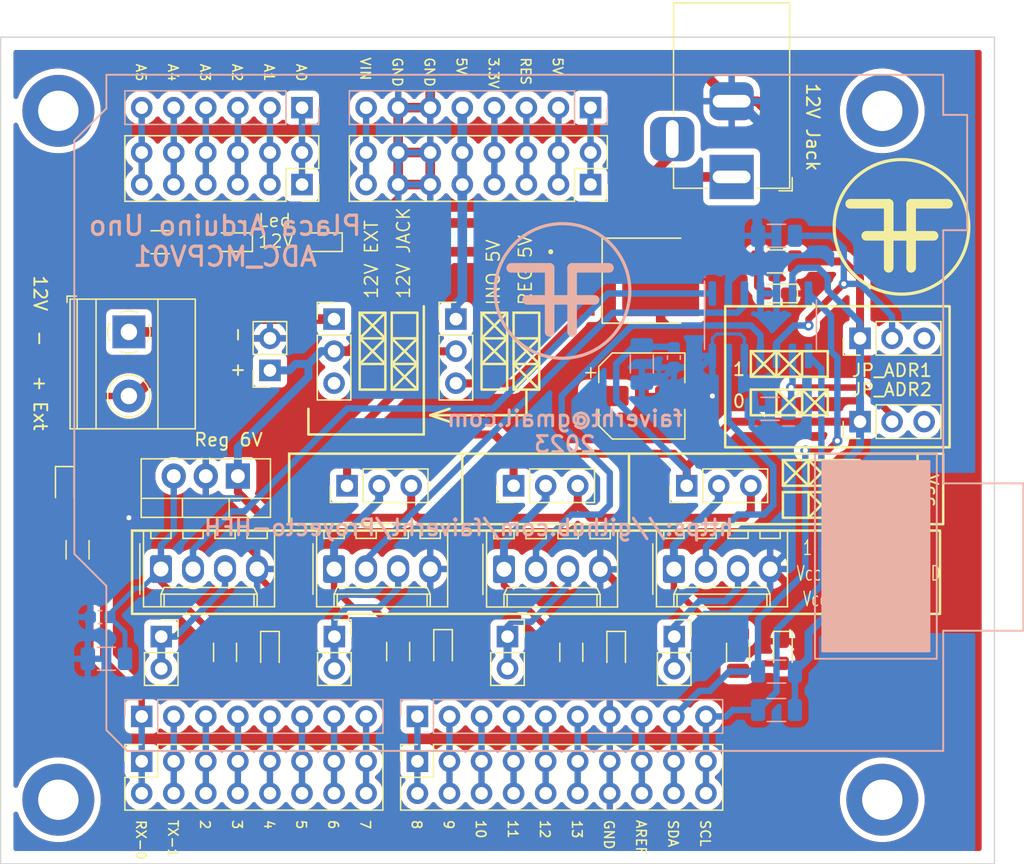
<source format=kicad_pcb>
(kicad_pcb (version 20230606) (generator pcbnew)
  (layers (0 "F.Cu" signal) (31 "B.Cu" signal) (34 "B.Paste" user) (35 "F.Paste" user) (36 "B.SilkS" user "B.Silkscreen") (37 "F.SilkS" user "F.Silkscreen") (38 "B.Mask" user) (39 "F.Mask" user) (44 "Edge.Cuts" user))
  (net 0 "")
  (net 1 "+5V")
  (net 2 "Net-(D1-A)")
  (net 3 "Net-(D2-A)")
  (net 4 "Vin12")
  (net 5 "Net-(D3-A)")
  (net 6 "AD01")
  (net 7 "Net-(D4-A)")
  (net 8 "AD02")
  (net 9 "Net-(D5-A)")
  (net 10 "AD03")
  (net 11 "AD04")
  (net 12 "Net-(D6-K)")
  (net 13 "INO01")
  (net 14 "INO02")
  (net 15 "INO03")
  (net 16 "INO04")
  (net 17 "Net-(D6-A)")
  (net 18 "Net-(D8-A)")
  (net 19 "INO05")
  (net 20 "INO06")
  (net 21 "INO08")
  (net 22 "INO15")
  (net 23 "INO16")
  (net 24 "INO17")
  (net 25 "INO18")
  (net 26 "INO19")
  (net 27 "INO20")
  (net 28 "INO21")
  (net 29 "INO22")
  (net 30 "INO09")
  (net 31 "INO10")
  (net 32 "INO11")
  (net 33 "INO12")
  (net 34 "INO13")
  (net 35 "INO14")
  (net 36 "INO23")
  (net 37 "INO24")
  (net 38 "INO25")
  (net 39 "INO26")
  (net 40 "INO27")
  (net 41 "INO28")
  (net 42 "Net-(DC2-C)")
  (net 43 "INO30")
  (net 44 "INO31")
  (net 45 "INO32")
  (net 46 "Net-(JP_ADR1-C)")
  (net 48 "Net-(JP_ADR2-C)")
  (net 51 "Net-(DC3-C)")
  (net 52 "Net-(DC4-C)")
  (net 53 "P01")
  (net 54 "P02")
  (net 55 "P03")
  (net 56 "P04")
  (net 57 "Net-(U1-VO)")
  (net 58 "+6V")
  (net 59 "Net-(J5-Pin_2)")
  (footprint "Connector_PinHeader_2.54mm:PinHeader_1x03_P2.54mm_Vertical" (layer "F.Cu") (at 124.46 47.244)
    (property "Reference" "JP_VDC1")
    (property "Value" "Jumper_3_Bridged12" hide)
  )
  (footprint "LED_SMD:LED_0603_1608Metric_Pad1.05x0.95mm_HandSolder" (layer "F.Cu") (at 133.096 73.519 -90)
    (property "Reference" "D3")
    (property "Value" "LED" hide)
  )
  (footprint "MountingHole:MountingHole_3.2mm_M3_ISO7380_Pad" (layer "F.Cu") (at 167.894 85.344)
    (property "Reference" "REF**" hide)
    (property "Value" "MountingHole_3.2mm_M3_ISO7380_Pad" hide)
  )
  (footprint "Resistor_SMD:R_1206_3216Metric" (layer "F.Cu") (at 129.54 73.5985 -90)
    (property "Reference" "R7")
    (property "Value" "5.1k" hide)
  )
  (footprint "LED_SMD:LED_0603_1608Metric_Pad1.05x0.95mm_HandSolder" (layer "F.Cu") (at 160.02 73.66 -90)
    (property "Reference" "D5")
    (property "Value" "LED" hide)
  )
  (footprint "Connector_PinSocket_2.54mm:PinSocket_1x02_P2.54mm_Vertical" (layer "F.Cu") (at 151.409 72.41)
    (property "Reference" "J18" hide)
    (property "Value" "P04" hide)
  )
  (footprint "Connector_PinHeader_2.54mm:PinHeader_1x03_P2.54mm_Vertical" (layer "F.Cu") (at 125.491 60.452 90)
    (property "Reference" "DC2")
    (property "Value" "Jumper_3_Bridged12" hide)
  )
  (footprint "LED_SMD:LED_0603_1608Metric_Pad1.05x0.95mm_HandSolder" (layer "F.Cu") (at 116.332 41.148 180)
    (property "Reference" "D7" hide)
    (property "Value" "LED 12V" hide)
  )
  (footprint "LED_SMD:LED_0603_1608Metric_Pad1.05x0.95mm_HandSolder" (layer "F.Cu") (at 103.124 60.593 -90)
    (property "Reference" "D8")
    (property "Value" "LED Blanco (D0)" hide)
  )
  (footprint "Connector_BarrelJack:BarrelJack_Horizontal" (layer "F.Cu") (at 155.956 35.972 -90)
    (property "Reference" "J6" hide)
    (property "Value" "Barrel_Jack_Switch" hide)
  )
  (footprint "Connector_PinHeader_2.54mm:PinHeader_1x03_P2.54mm_Vertical" (layer "F.Cu") (at 166.131 48.768 90)
    (property "Reference" "JP_ADR1" hide)
    (property "Value" "Jumper_3_Bridged12" hide)
  )
  (footprint "Connector_PinHeader_2.54mm:PinHeader_1x03_P2.54mm_Vertical" (layer "F.Cu") (at 138.684 60.452 90)
    (property "Reference" "DC3")
    (property "Value" "Jumper_3_Bridged12" hide)
  )
  (footprint "MountingHole:MountingHole_3.2mm_M3_ISO7380_Pad" (layer "F.Cu") (at 102.616 30.734)
    (property "Reference" "REF**" hide)
    (property "Value" "MountingHole_3.2mm_M3_ISO7380_Pad" hide)
  )
  (footprint "LED_SMD:LED_0603_1608Metric_Pad1.05x0.95mm_HandSolder" (layer "F.Cu") (at 119.38 73.66 -90)
    (property "Reference" "D2")
    (property "Value" "LED" hide)
  )
  (footprint "Connector_PinSocket_2.54mm:PinSocket_2x06_P2.54mm_Vertical" (layer "F.Cu") (at 121.92 36.576 -90)
    (property "Reference" "J13")
    (property "Value" "Skt09_14" hide)
  )
  (footprint "Connector_PinSocket_2.54mm:PinSocket_1x02_P2.54mm_Vertical" (layer "F.Cu") (at 110.769 72.41)
    (property "Reference" "J15" hide)
    (property "Value" "P01" hide)
  )
  (footprint "Connector_PinSocket_2.54mm:PinSocket_1x02_P2.54mm_Vertical" (layer "F.Cu") (at 138.201 72.41)
    (property "Reference" "J17" hide)
    (property "Value" "P03" hide)
  )
  (footprint "MC7805CDTG:TO229P990X238-3N" (layer "F.Cu") (at 147.828 44.196)
    (property "Reference" "U1" hide)
    (property "Value" "LM7805_TO220" hide)
  )
  (footprint "MountingHole:MountingHole_3.2mm_M3_ISO7380_Pad" (layer "F.Cu") (at 102.616 85.344)
    (property "Reference" "REF**" hide)
    (property "Value" "MountingHole_3.2mm_M3_ISO7380_Pad" hide)
  )
  (footprint "TerminalBlock_Phoenix:TerminalBlock_Phoenix_MKDS-1,5-2-5.08_1x02_P5.08mm_Horizontal" (layer "F.Cu") (at 108.204 48.26 -90)
    (property "Reference" "J5" hide)
    (property "Value" "12VDC IN" hide)
  )
  (footprint "Connector_PinSocket_2.54mm:PinSocket_2x10_P2.54mm_Vertical" (layer "F.Cu") (at 131.064 82.296 90)
    (property "Reference" "J14")
    (property "Value" "Skt23_32" hide)
  )
  (footprint "Resistor_SMD:R_1206_3216Metric" (layer "F.Cu") (at 110.6825 41.148 180)
    (property "Reference" "R10")
    (property "Value" "10k" hide)
  )
  (footprint "Capacitor_SMD:CP_Elec_6.3x5.9" (layer "F.Cu") (at 148.844 53.34)
    (property "Reference" "C3")
    (property "Value" "47uF" hide)
  )
  (footprint "Connector_Molex:Molex_KK-254_AE-6410-04A_1x04_P2.54mm_Vertical" (layer "F.Cu") (at 110.744 67.056)
    (property "Reference" "J1")
    (property "Value" "Conn_01x04" hide)
  )
  (footprint "LED_SMD:LED_0603_1608Metric_Pad1.05x0.95mm_HandSolder" (layer "F.Cu") (at 123.444 41.148 180)
    (property "Reference" "D6" hide)
    (property "Value" "LED 12V" hide)
  )
  (footprint "Connector_PinSocket_2.54mm:PinSocket_2x08_P2.54mm_Vertical" (layer "F.Cu") (at 144.78 36.576 -90)
    (property "Reference" "J11")
    (property "Value" "Skt01_08" hide)
  )
  (footprint "Connector_Molex:Molex_KK-254_AE-6410-04A_1x04_P2.54mm_Vertical" (layer "F.Cu") (at 124.46 67.056)
    (property "Reference" "J2")
    (property "Value" "Conn_01x04" hide)
  )
  (footprint "Connector_Molex:Molex_KK-254_AE-6410-04A_1x04_P2.54mm_Vertical" (layer "F.Cu") (at 151.384 67.056)
    (property "Reference" "J4")
    (property "Value" "Conn_01x04" hide)
  )
  (footprint "Package_TO_SOT_THT:TO-220-3_Vertical" (layer "F.Cu") (at 116.84 59.69 180)
    (property "Reference" "U3")
    (property "Value" "LM7806_TO220")
  )
  (footprint "Resistor_SMD:R_1206_3216Metric" (layer "F.Cu") (at 104.14 65.532 90)
    (property "Reference" "R11")
    (property "Value" "5.1k" hide)
  )
  (footprint "LED_SMD:LED_0603_1608Metric_Pad1.05x0.95mm_HandSolder" (layer "F.Cu") (at 146.812 73.66 -90)
    (property "Reference" "D4")
    (property "Value" "LED" hide)
  )
  (footprint "Resistor_SMD:R_1206_3216Metric" (layer "F.Cu") (at 159.512 42.672 180)
    (property "Reference" "R5")
    (property "Value" "5.1k" hide)
  )
  (footprint "MountingHole:MountingHole_3.2mm_M3_ISO7380_Pad" (layer "F.Cu") (at 167.894 30.734)
    (property "Reference" "REF**" hide)
    (property "Value" "MountingHole_3.2mm_M3_ISO7380_Pad" hide)
  )
  (footprint "Connector_PinSocket_2.54mm:PinSocket_2x08_P2.54mm_Vertical" (layer "F.Cu") (at 109.22 82.296 90)
    (property "Reference" "J12")
    (property "Value" "Skt15_22" hide)
  )
  (footprint "Resistor_SMD:R_1206_3216Metric" (layer "F.Cu") (at 115.824 73.66 -90)
    (property "Reference" "R6")
    (property "Value" "5.1k" hide)
  )
  (footprint "Connector_PinHeader_2.54mm:PinHeader_1x03_P2.54mm_Vertical" (layer "F.Cu") (at 134.112 47.244)
    (property "Reference" "V_IN1")
    (property "Value" "Jumper_3_Bridged12")
  )
  (footprint "Resistor_SMD:R_1206_3216Metric" (layer "F.Cu") (at 143.256 73.66 -90)
    (property "Reference" "R8")
    (property "Value" "5.1k" hide)
  )
  (footprint "Connector_PinSocket_2.54mm:PinSocket_1x02_P2.54mm_Vertical" (layer "F.Cu") (at 124.485 72.41)
    (property "Reference" "J16" hide)
    (property "Value" "P02" hide)
  )
  (footprint "Connector_PinSocket_2.54mm:PinSocket_1x02_P2.54mm_Vertical" (layer "F.Cu") (at 119.38 51.308 180)
    (property "Reference" "J19" hide)
    (property "Value" "12VDC IN")
  )
  (footprint "LED_SMD:LED_0603_1608Metric_Pad1.05x0.95mm_HandSolder" (layer "F.Cu") (at 159.512 45.212 180)
    (property "Reference" "D1")
    (property "Value" "LED Verde" hide)
  )
  (footprint "Connector_PinHeader_2.54mm:PinHeader_1x03_P2.54mm_Vertical" (layer "F.Cu") (at 166.131 55.372 90)
    (property "Reference" "JP_ADR2" hide)
    (property "Value" "Jumper_3_Bridged12" hide)
  )
  (footprint "Connector_PinHeader_2.54mm:PinHeader_1x03_P2.54mm_Vertical" (layer "F.Cu") (at 152.4 60.452 90)
    (property "Reference" "DC4")
    (property "Value" "Jumper_3_Bridged12" hide)
  )
  (footprint "Resistor_SMD:R_1206_3216Metric" (layer "F.Cu") (at 156.464 73.66 -90)
    (property "Reference" "R9")
    (property "Value" "5.1k" hide)
  )
  (footprint "Connector_Molex:Molex_KK-254_AE-6410-04A_1x04_P2.54mm_Vertical" (layer "F.Cu") (at 137.922 67.076)
    (property "Reference" "J3")
    (property "Value" "Conn_01x04" hide)
  )
  (footprint "Package_SO:SOIC-14_3.9x8.7mm_P1.27mm" (layer "B.Cu") (at 158.242 47.687 -90)
    (property "Reference" "U2")
    (property "Value" "MCP3424-E_SL" hide)
  )
  (footprint "Capacitor_SMD:C_0603_1608Metric" (layer "B.Cu") (at 105.918 70.866 180)
    (property "Reference" "C4")
    (property "Value" "0.1uF")
  )
  (footprint "Capacitor_SMD:C_0603_1608Metric" (layer "B.Cu") (at 151.384 50.292 -90)
    (property "Reference" "C1")
    (property "Value" "0.1uF" hide)
  )
  (footprint "Capacitor_SMD:C_1206_3216Metric" (layer "B.Cu") (at 106.426 74.168 180)
    (property "Reference" "C5")
    (property "Value" "10uF")
  )
  (footprint "Connector_PinHeader_2.54mm:PinHeader_1x08_P2.54mm_Vertical" (layer "B.Cu") (at 109.22 78.74 -90)
    (property "Reference" "J8")
    (property "Value" "Ard15_22" hide)
  )
  (footprint "Connector_PinHeader_2.54mm:PinHeader_1x08_P2.54mm_Vertical" (layer "B.Cu") (at 144.78 30.48 90)
    (property "Reference" "J7")
    (property "Value" "Ard01_08" hide)
  )
  (footprint "Resistor_SMD:R_1206_3216Metric" (layer "B.Cu") (at 159.004 54.356)
    (property "Reference" "R4")
    (property "Value" "10k" hide)
  )
  (footprint "Resistor_SMD:R_1206_3216Metric" (layer "B.Cu") (at 159.512 78.232 180)
    (property "Reference" "R2")
    (property "Value" "5.1K" hide)
  )
  (footprint "Connector_PinHeader_2.54mm:PinHeader_1x06_P2.54mm_Vertical" (layer "B.Cu") (at 121.92 30.48 90)
    (property "Reference" "J9")
    (property "Value" "Ard09_14" hide)
  )
  (footprint "Resistor_SMD:R_1206_3216Metric" (layer "B.Cu") (at 159.512 75.184 180)
    (property "Reference" "R1")
    (property "Value" "5.1k" hide)
  )
  (footprint "Connector_PinHeader_2.54mm:PinHeader_1x10_P2.54mm_Vertical" (layer "B.Cu") (at 131.064 78.74 -90)
    (property "Reference" "J10")
    (property "Value" "Ard23_32" hide)
  )
  (footprint "Capacitor_SMD:C_1206_3216Metric" (layer "B.Cu") (at 148.844 50.8 -90)
    (property "Reference" "C2")
    (property "Value" "10uF" hide)
  )
  (footprint "Resistor_SMD:R_1206_3216Metric" (layer "B.Cu") (at 159.512 40.64)
    (property "Reference" "R3")
    (property "Value" "10k" hide)
  )
  (gr_line (start 143.3195 43.18) (end 143.3195 48.26) (stroke (width 0.762)) (layer "B.SilkS"))
  (gr_line (start 106.42 30.544) (end 103.88 33.084) (stroke (width 0.15)) (layer "B.SilkS"))
  (gr_line (start 179.07 71.944) (end 179.07 60.264) (stroke (width 0.15)) (layer "B.SilkS"))
  (gr_line (start 172.72 27.874) (end 172.72 31.054) (stroke (width 0.15)) (layer "B.SilkS"))
  (gr_line (start 172.72 81.474) (end 172.72 71.944) (stroke (width 0.15)) (layer "B.SilkS"))
  (gr_line (start 174.62 31.054) (end 172.72 31.054) (stroke (width 0.15)) (layer "B.SilkS"))
  (gr_rect (start 162.56 57.912) (end 172.212 74.168) (stroke (width 0.15)) (fill none) (layer "B.SilkS"))
  (gr_line (start 174.62 40.194) (end 174.62 31.054) (stroke (width 0.15)) (layer "B.SilkS"))
  (gr_line (start 143.3195 43.18) (end 146.2405 43.18) (stroke (width 0.762)) (layer "B.SilkS"))
  (gr_line (start 108.07 81.474) (end 172.72 81.474) (stroke (width 0.15)) (layer "B.SilkS"))
  (gr_line (start 179.07 60.264) (end 172.72 60.264) (stroke (width 0.15)) (layer "B.SilkS"))
  (gr_line (start 139.7635 45.72) (end 145.0975 45.72) (stroke (width 0.762)) (layer "B.SilkS"))
  (gr_line (start 172.72 71.944) (end 179.07 71.944) (stroke (width 0.15)) (layer "B.SilkS"))
  (gr_circle (center 142.5575 45.009715) (end 147.891751 45.009715) (stroke (width 0.254)) (fill none) (layer "B.SilkS"))
  (gr_line (start 103.88 33.084) (end 103.88 65.854) (stroke (width 0.15)) (layer "B.SilkS"))
  (gr_line (start 106.42 27.874) (end 106.42 30.544) (stroke (width 0.15)) (layer "B.SilkS"))
  (gr_line (start 172.72 60.264) (end 172.72 40.194) (stroke (width 0.15)) (layer "B.SilkS"))
  (gr_line (start 103.88 65.854) (end 106.42 68.394) (stroke (width 0.15)) (layer "B.SilkS"))
  (gr_line (start 141.5415 43.18) (end 141.5415 48.26) (stroke (width 0.762)) (layer "B.SilkS"))
  (gr_line (start 106.42 68.394) (end 106.42 79.824) (stroke (width 0.15)) (layer "B.SilkS"))
  (gr_line (start 138.4935 43.18) (end 141.5415 43.18) (stroke (width 0.762)) (layer "B.SilkS"))
  (gr_line (start 106.42 79.824) (end 108.07 81.474) (stroke (width 0.15)) (layer "B.SilkS"))
  (gr_line (start 172.72 40.194) (end 174.62 40.194) (stroke (width 0.15)) (layer "B.SilkS"))
  (gr_line (start 172.72 27.874) (end 106.42 27.874) (stroke (width 0.15)) (layer "B.SilkS"))
  (gr_line (start 170.18 38.1) (end 170.18 43.18) (stroke (width 0.762)) (layer "F.SilkS"))
  (gr_line (start 138.684 48.768) (end 140.716 48.768) (stroke (width 0.2)) (layer "F.SilkS"))
  (gr_rect (start 157.48 52.832) (end 163.576 54.864) (stroke (width 0.2)) (fill none) (layer "F.SilkS"))
  (gr_line (start 162.052 60.452) (end 162.052 58.42) (stroke (width 0.2)) (layer "F.SilkS"))
  (gr_rect (start 157.48 49.784) (end 163.576 51.816) (stroke (width 0.2)) (fill none) (layer "F.SilkS"))
  (gr_rect (start 108.458 64.008) (end 172.466 70.612) (stroke (width 0.2)) (fill none) (layer "F.SilkS"))
  (gr_line (start 161.544 52.832) (end 161.544 54.864) (stroke (width 0.2)) (layer "F.SilkS"))
  (gr_line (start 131.064 50.8) (end 129.032 50.8) (stroke (width 0.2)) (layer "F.SilkS"))
  (gr_line (start 159.512 51.816) (end 157.48 49.784) (stroke (width 0.2)) (layer "F.SilkS"))
  (gr_line (start 168.402 38.1) (end 168.402 43.18) (stroke (width 0.762)) (layer "F.SilkS"))
  (gr_line (start 140.716 48.768) (end 138.684 50.8) (stroke (width 0.2)) (layer "F.SilkS"))
  (gr_line (start 136.144 48.768) (end 138.176 46.736) (stroke (width 0.2)) (layer "F.SilkS"))
  (gr_line (start 159.512 51.816) (end 161.544 49.784) (stroke (width 0.2)) (layer "F.SilkS"))
  (gr_line (start 126.492 48.768) (end 128.524 48.768) (stroke (width 0.2)) (layer "F.SilkS"))
  (gr_circle (center 169.418 39.929715) (end 174.752251 39.929715) (stroke (width 0.254)) (fill none) (layer "F.SilkS"))
  (gr_line (start 136.144 48.768) (end 138.176 50.8) (stroke (width 0.2)) (layer "F.SilkS"))
  (gr_rect (start 136.144 46.736) (end 138.176 52.832) (stroke (width 0.2)) (fill none) (layer "F.SilkS"))
  (gr_line (start 161.544 51.816) (end 159.512 49.784) (stroke (width 0.2)) (layer "F.SilkS"))
  (gr_line (start 126.492 50.8) (end 128.524 48.768) (stroke (width 0.2)) (layer "F.SilkS"))
  (gr_line (start 161.544 49.784) (end 161.544 51.816) (stroke (width 0.2)) (layer "F.SilkS"))
  (gr_line (start 166.624 40.64) (end 171.958 40.64) (stroke (width 0.762)) (layer "F.SilkS"))
  (gr_line (start 161.544 52.832) (end 163.576 54.864) (stroke (width 0.2)) (layer "F.SilkS"))
  (gr_line (start 122.428 54.356) (end 122.428 56.388) (stroke (width 0.2)) (layer "F.SilkS"))
  (gr_line (start 160.02 60.452) (end 162.052 58.42) (stroke (width 0.2)) (layer "F.SilkS"))
  (gr_line (start 164.084 58.42) (end 164.084 60.452) (stroke (width 0.2)) (layer "F.SilkS"))
  (gr_line (start 157.48 51.816) (end 159.512 49.784) (stroke (width 0.2)) (layer "F.SilkS"))
  (gr_line (start 165.354 38.1) (end 168.402 38.1) (stroke (width 0.762)) (layer "F.SilkS"))
  (gr_line (start 132.08 54.864) (end 133.604 55.372) (stroke (width 0.2)) (layer "F.SilkS"))
  (gr_line (start 162.052 60.96) (end 164.084 62.992) (stroke (width 0.2)) (layer "F.SilkS"))
  (gr_rect (start 126.492 46.736) (end 128.524 52.832) (stroke (width 0.2)) (fill none) (layer "F.SilkS"))
  (gr_line (start 131.064 50.8) (end 129.032 52.832) (stroke (width 0.2)) (layer "F.SilkS"))
  (gr_line (start 164.084 60.452) (end 162.052 58.42) (stroke (width 0.2)) (layer "F.SilkS"))
  (gr_line (start 170.18 38.1) (end 173.101 38.1) (stroke (width 0.762)) (layer "F.SilkS"))
  (gr_line (start 162.052 62.992) (end 162.052 60.96) (stroke (width 0.2)) (layer "F.SilkS"))
  (gr_line (start 166.116 60.96) (end 164.084 62.992) (stroke (width 0.2)) (layer "F.SilkS"))
  (gr_rect (start 160.02 58.42) (end 166.116 60.452) (stroke (width 0.2)) (fill none) (layer "F.SilkS"))
  (gr_line (start 139.7 54.864) (end 132.08 54.864) (stroke (width 0.2)) (layer "F.SilkS"))
  (gr_line (start 159.512 52.832) (end 161.544 54.864) (stroke (width 0.2)) (layer "F.SilkS"))
  (gr_line (start 164.084 60.96) (end 162.052 62.992) (stroke (width 0.2)) (layer "F.SilkS"))
  (gr_line (start 162.052 60.452) (end 164.084 58.42) (stroke (width 0.2)) (layer "F.SilkS"))
  (gr_line (start 131.572 56.388) (end 131.572 46.228) (stroke (width 0.2)) (layer "F.SilkS"))
  (gr_line (start 164.084 60.96) (end 166.116 62.992) (stroke (width 0.2)) (layer "F.SilkS"))
  (gr_rect (start 160.02 60.96) (end 166.116 62.992) (stroke (width 0.2)) (fill none) (layer "F.SilkS"))
  (gr_line (start 164.084 60.96) (end 164.084 62.992) (stroke (width 0.2)) (layer "F.SilkS"))
  (gr_line (start 147.828 57.912) (end 147.828 63.5) (stroke (width 0.2)) (layer "F.SilkS"))
  (gr_line (start 131.064 50.8) (end 129.032 48.768) (stroke (width 0.2)) (layer "F.SilkS"))
  (gr_line (start 131.064 48.768) (end 129.032 50.8) (stroke (width 0.2)) (layer "F.SilkS"))
  (gr_line (start 128.524 50.8) (end 126.492 50.8) (stroke (width 0.2)) (layer "F.SilkS"))
  (gr_line (start 140.716 50.8) (end 138.684 50.8) (stroke (width 0.2)) (layer "F.SilkS"))
  (gr_line (start 159.512 51.816) (end 159.512 49.784) (stroke (width 0.2)) (layer "F.SilkS"))
  (gr_rect (start 138.684 46.736) (end 140.716 52.832) (stroke (width 0.2)) (fill none) (layer "F.SilkS"))
  (gr_line (start 134.62 57.912) (end 134.62 63.5) (stroke (width 0.2)) (layer "F.SilkS"))
  (gr_rect (start 120.904 57.912) (end 172.72 63.5) (stroke (width 0.2)) (fill none) (layer "F.SilkS"))
  (gr_line (start 126.492 48.768) (end 128.524 46.736) (stroke (width 0.2)) (layer "F.SilkS"))
  (gr_line (start 138.176 50.8) (end 136.144 50.8) (stroke (width 0.2)) (layer "F.SilkS"))
  (gr_line (start 136.144 48.768) (end 138.176 48.768) (stroke (width 0.2)) (layer "F.SilkS"))
  (gr_rect (start 129.032 46.736) (end 131.064 52.832) (stroke (width 0.2)) (fill none) (layer "F.SilkS"))
  (gr_line (start 132.08 54.864) (end 133.604 54.356) (stroke (width 0.2)) (layer "F.SilkS"))
  (gr_line (start 126.492 48.768) (end 128.524 50.8) (stroke (width 0.2)) (layer "F.SilkS"))
  (gr_line (start 140.716 50.8) (end 138.684 48.768) (stroke (width 0.2)) (layer "F.SilkS"))
  (gr_line (start 170.688 57.912) (end 170.688 63.5) (stroke (width 0.2)) (layer "F.SilkS"))
  (gr_line (start 140.716 52.832) (end 138.684 50.8) (stroke (width 0.2)) (layer "F.SilkS"))
  (gr_line (start 129.032 48.768) (end 131.064 48.768) (stroke (width 0.2)) (layer "F.SilkS"))
  (gr_line (start 159.512 54.864) (end 159.512 52.832) (stroke (width 0.2)) (layer "F.SilkS"))
  (gr_rect (start 155.448 46.228) (end 173.228 57.404) (stroke (width 0.2)) (fill none) (layer "F.SilkS"))
  (gr_line (start 162.052 60.452) (end 160.02 58.42) (stroke (width 0.2)) (layer "F.SilkS"))
  (gr_line (start 161.544 52.832) (end 159.512 54.864) (stroke (width 0.2)) (layer "F.SilkS"))
  (gr_line (start 163.576 52.832) (end 161.544 54.864) (stroke (width 0.2)) (layer "F.SilkS"))
  (gr_line (start 131.064 52.832) (end 129.032 50.8) (stroke (width 0.2)) (layer "F.SilkS"))
  (gr_line (start 136.144 50.8) (end 138.176 48.768) (stroke (width 0.2)) (layer "F.SilkS"))
  (gr_line (start 140.716 50.8) (end 138.684 52.832) (stroke (width 0.2)) (layer "F.SilkS"))
  (gr_line (start 136.144 46.736) (end 138.176 48.768) (stroke (width 0.2)) (layer "F.SilkS"))
  (gr_line (start 122.428 56.388) (end 131.572 56.388) (stroke (width 0.2)) (layer "F.SilkS"))
  (gr_line (start 126.492 46.736) (end 128.524 48.768) (stroke (width 0.2)) (layer "F.SilkS"))
  (gr_line (start 139.7 52.832) (end 139.7 54.864) (stroke (width 0.2)) (layer "F.SilkS"))
  (gr_rect (start 98.044 24.892) (end 176.784 90.424) (stroke (width 0.1)) (fill none) (layer "Edge.Cuts"))
  (gr_text "faiverht@gmail.com\n2023" (at 142.748 57.912 0) (layer "B.SilkS") (effects (font (size 1.27 1.27) (thickness 0.2286) bold) (justify bottom mirror)))
  (gr_text "https://github.com/faiverht/Proyecto-HFH" (at 135.128 64.516 0) (layer "B.SilkS") (effects (font (size 1.27 1.27) (thickness 0.2286) bold) (justify bottom mirror)))
  (gr_text "Placa Arduino Uno\nADC_MCPV01" (at 115.824 43.18 0) (layer "B.SilkS") (effects (font (size 1.524 1.524) (thickness 0.254) bold) (justify bottom mirror)))
  (gr_text "GND" (at 145.796 86.868 270) (layer "F.SilkS") (effects (font (size 0.762 0.762) (thickness 0.127) bold) (justify left bottom)))
  (gr_text "12V  -   + Ext" (at 100.584 43.688 270) (layer "F.SilkS") (effects (font (size 1.016 1.016) (thickness 0.1524)) (justify left bottom)))
  (gr_text "A4" (at 111.252 26.924 270) (layer "F.SilkS") (effects (font (size 0.762 0.762) (thickness 0.127) bold) (justify left bottom)))
  (gr_text "REG 5V" (at 140.208 46.228 90) (layer "F.SilkS") (effects (font (size 1.016 1.016) (thickness 0.127)) (justify left bottom)))
  (gr_text "INO 5V" (at 137.668 46.228 90) (layer "F.SilkS") (effects (font (size 1.016 1.016) (thickness 0.127)) (justify left bottom)))
  (gr_text "Vcc-AnX-P0X-GND" (at 161.036 68.072 0) (layer "F.SilkS") (effects (font (size 1.143 0.762) (thickness 0.1016)) (justify left bottom)))
  (gr_text "1" (at 155.956 51.816 0) (layer "F.SilkS") (effects (font (size 1.016 1.016) (thickness 0.1524)) (justify left bottom)))
  (gr_text "9" (at 133.096 86.868 270) (layer "F.SilkS") (effects (font (size 0.762 0.762) (thickness 0.127) bold) (justify left bottom)))
  (gr_text "GND" (at 131.572 26.416 270) (layer "F.SilkS") (effects (font (size 0.762 0.762) (thickness 0.127) bold) (justify left bottom)))
  (gr_text "5V" (at 141.732 26.416 270) (layer "F.SilkS") (effects (font (size 0.762 0.762) (thickness 0.127) bold) (justify left bottom)))
  (gr_text "SCL" (at 153.416 86.868 270) (layer "F.SilkS") (effects (font (size 0.762 0.762) (thickness 0.127) bold) (justify left bottom)))
  (gr_text "A2" (at 116.332 26.924 270) (layer "F.SilkS") (effects (font (size 0.762 0.762) (thickness 0.127) bold) (justify left bottom)))
  (gr_text "1 - 2 - 3 - 4" (at 161.544 66.04 0) (layer "F.SilkS") (effects (font (size 1.143 0.762) (thickness 0.1016)) (justify left bottom)))
  (gr_text "-  +" (at 116.332 47.752 270) (layer "F.SilkS") (effects (font (size 1.016 1.016) (thickness 0.1524)) (justify left bottom)))
  (gr_text "12V Jack" (at 161.798 28.448 270) (layer "F.SilkS") (effects (font (size 1.016 1.016) (thickness 0.1524)) (justify left bottom)))
  (gr_text "A1" (at 118.872 26.924 270) (layer "F.SilkS") (effects (font (size 0.762 0.762) (thickness 0.127) bold) (justify left bottom)))
  (gr_text "Vcc" (at 171.196 59.436 270) (layer "F.SilkS") (effects (font (size 1.016 1.016) (thickness 0.1524)) (justify left bottom)))
  (gr_text "11" (at 138.176 86.868 270) (layer "F.SilkS") (effects (font (size 0.762 0.762) (thickness 0.127) bold) (justify left bottom)))
  (gr_text "8" (at 130.556 86.868 270) (layer "F.SilkS") (effects (font (size 0.762 0.762) (thickness 0.127) bold) (justify left bottom)))
  (gr_text "0" (at 155.956 54.356 0) (layer "F.SilkS") (effects (font (size 1.016 1.016) (thickness 0.1524)) (justify left bottom)))
  (gr_text "6" (at 123.952 86.868 270) (layer "F.SilkS") (effects (font (size 0.762 0.762) (thickness 0.127) bold) (justify left bottom)))
  (gr_text "A5" (at 108.712 26.924 270) (layer "F.SilkS") (effects (font (size 0.762 0.762) (thickness 0.127) bold) (justify left bottom)))
  (gr_text "A0" (at 121.412 26.924 270) (layer "F.SilkS") (effects (font (size 0.762 0.762) (thickness 0.127) bold) (justify left bottom)))
  (gr_text "5V" (at 134.112 26.416 270) (layer "F.SilkS") (effects (font (size 0.762 0.762) (thickness 0.127) bold) (justify left bottom)))
  (gr_text "12V JACK" (at 130.556 45.72 90) (layer "F.SilkS") (effects (font (size 1.016 1.016) (thickness 0.127)) (justify left bottom)))
  (gr_text "GND" (at 129.032 26.416 270) (layer "F.SilkS") (effects (font (size 0.762 0.762) (thickness 0.127) bold) (justify left bottom)))
  (gr_text "A3" (at 113.792 26.924 270) (layer "F.SilkS") (effects (font (size 0.762 0.762) (thickness 0.127) bold) (justify left bottom)))
  (gr_text "7" (at 126.492 86.868 270) (layer "F.SilkS") (effects (font (size 0.762 0.762) (thickness 0.127) bold) (justify left bottom)))
  (gr_text "TX-1" (at 111.252 86.868 270) (layer "F.SilkS") (effects (font (size 0.762 0.762) (thickness 0.127) bold) (justify left bottom)))
  (gr_text "2" (at 113.792 86.868 270) (layer "F.SilkS") (effects (font (size 0.762 0.762) (thickness 0.127) bold) (justify left bottom)))
  (gr_text "Reg 6V" (at 113.284 57.404 0) (layer "F.SilkS") (effects (font (size 1.016 1.016) (thickness 0.1524)) (justify left bottom)))
  (gr_text "4" (at 118.872 86.868 270) (layer "F.SilkS") (effects (font (size 0.762 0.762) (thickness 0.127) bold) (justify left bottom)))
  (gr_text "12V EXT" (at 128.016 45.72 90) (layer "F.SilkS") (effects (font (size 1.016 1.016) (thickness 0.127)) (justify left bottom)))
  (gr_text "RX-0" (at 108.712 86.868 270) (layer "F.SilkS") (effects (font (size 0.762 0.762) (thickness 0.127) bold) (justify left bottom)))
  (gr_text "5" (at 121.412 86.868 270) (layer "F.SilkS") (effects (font (size 0.762 0.762) (thickness 0.127) bold) (justify left bottom)))
  (gr_text "12 V" (at 166.624 62.484 0) (layer "F.SilkS") (effects (font (size 1.016 1.016) (thickness 0.1524)) (justify left bottom)))
  (gr_text "Led\n12V" (at 118.364 41.656 0) (layer "F.SilkS") (effects (font (size 1.016 1.016) (thickness 0.127)) (justify left bottom)))
  (gr_text "3" (at 116.332 86.868 270) (layer "F.SilkS") (effects (font (size 0.762 0.762) (thickness 0.127) bold) (justify left bottom)))
  (gr_text "Vcc-in-out-GND" (at 161.544 70.104 0) (layer "F.SilkS") (effects (font (size 1.143 0.762) (thickness 0.1016)) (justify left bottom)))
  (gr_text "10" (at 135.636 86.868 270) (layer "F.SilkS") (effects (font (size 0.762 0.762) (thickness 0.127) bold) (justify left bottom)))
  (gr_text "AREF" (at 148.336 86.868 270) (layer "F.SilkS") (effects (font (size 0.762 0.762) (thickness 0.127) bold) (justify left bottom)))
  (gr_text "RES" (at 139.192 26.416 270) (layer "F.SilkS") (effects (font (size 0.762 0.762) (thickness 0.127) bold) (justify left bottom)))
  (gr_text "12" (at 140.716 86.868 270) (layer "F.SilkS") (effects (font (size 0.762 0.762) (thickness 0.127) bold) (justify left bottom)))
  (gr_text "VIN" (at 126.492 26.416 270) (layer "F.SilkS") (effects (font (size 0.762 0.762) (thickness 0.127) bold) (justify left bottom)))
  (gr_text "SDA" (at 150.876 86.868 270) (layer "F.SilkS") (effects (font (size 0.762 0.762) (thickness 0.127) bold) (justify left bottom)))
  (gr_text "3.3V" (at 136.652 26.416 270) (layer "F.SilkS") (effects (font (size 0.762 0.762) (thickness 0.127) bold) (justify left bottom)))
  (gr_text "5 V" (at 167.132 59.944 0) (layer "F.SilkS") (effects (font (size 1.016 1.016) (thickness 0.1524)) (justify left bottom)))
  (gr_text "13" (at 143.256 86.868 270) (layer "F.SilkS") (effects (font (size 0.762 0.762) (thickness 0.127) bold) (justify left bottom)))
  (segment (start 129.54 50.8) (end 130.541 49.799) (width 0.635) (layer "F.Cu") (net 1))
  (segment (start 138.684 57.912) (end 145.796 57.912) (width 0.635) (layer "F.Cu") (net 1))
  (segment (start 151.384 57.912) (end 152.4 58.928) (width 0.635) (layer "F.Cu") (net 1))
  (segment (start 166.131 43.957) (end 164.8462 42.6722) (width 0.635) (layer "F.Cu") (net 1))
  (segment (start 137.16 56.388) (end 138.684 57.912) (width 0.635) (layer "F.Cu") (net 1))
  (segment (start 125.984 56.388) (end 137.16 56.388) (width 0.635) (layer "F.Cu") (net 1))
  (segment (start 164.8462 42.6722) (end 160.9743 42.6722) (width 0.635) (layer "F.Cu") (net 1))
  (segment (start 129.54 52.832) (end 129.54 50.8) (width 0.635) (layer "F.Cu") (net 1))
  (segment (start 152.4 58.928) (end 155.956 55.372) (width 0.635) (layer "F.Cu") (net 1))
  (segment (start 125.984 56.388) (end 125.491 56.881) (width 0.635) (layer "F.Cu") (net 1))
  (segment (start 138.684 57.912) (end 138.684 60.452) (width 0.635) (layer "F.Cu") (net 1))
  (segment (start 125.491 56.881) (end 125.491 60.452) (width 0.635) (layer "F.Cu") (net 1))
  (segment (start 145.796 57.912) (end 146.044 57.664) (width 0.635) (layer "F.Cu") (net 1))
  (segment (start 145.796 57.912) (end 151.384 57.912) (width 0.635) (layer "F.Cu") (net 1))
  (segment (start 130.541 49.799) (end 134.112 49.799) (width 0.635) (layer "F.Cu") (net 1))
  (segment (start 152.4 58.928) (end 152.4 60.452) (width 0.635) (layer "F.Cu") (net 1))
  (segment (start 155.956 55.372) (end 166.131 55.372) (width 0.635) (layer "F.Cu") (net 1))
  (segment (start 160.9743 42.6722) (end 160.974 42.672) (width 0.25) (layer "F.Cu") (net 1))
  (segment (start 125.984 56.388) (end 129.54 52.832) (width 0.635) (layer "F.Cu") (net 1))
  (segment (start 146.044 57.664) (end 146.044 52.832) (width 0.635) (layer "F.Cu") (net 1))
  (segment (start 160.9745 42.672) (end 160.9743 42.6722) (width 0.25) (layer "F.Cu") (net 1))
  (segment (start 166.131 48.768) (end 166.131 43.957) (width 0.635) (layer "F.Cu") (net 1))
  (segment (start 163.576 44.958) (end 166.131 47.513) (width 0.508) (layer "B.Cu") (net 1))
  (segment (start 166.131 47.513) (end 166.131 47.5913) (width 0.508) (layer "B.Cu") (net 1))
  (segment (start 162.814 43.18) (end 163.576 43.942) (width 0.508) (layer "B.Cu") (net 1))
  (segment (start 166.131 47.5913) (end 166.131 48.768) (width 0.508) (layer "B.Cu") (net 1))
  (segment (start 148.177 49.435) (end 148.844 49.435) (width 0.508) (layer "B.Cu") (net 1))
  (segment (start 164.592 58.928) (end 164.592 69.596) (width 0.635) (layer "B.Cu") (net 1))
  (segment (start 160.9745 75.1837) (end 160.9745 75.184) (width 0.25) (layer "B.Cu") (net 1))
  (segment (start 152.4 60.452) (end 152.4 59.2753) (width 0.508) (layer "B.Cu") (net 1))
  (segment (start 146.812 50.8) (end 148.177 49.435) (width 0.508) (layer "B.Cu") (net 1))
  (segment (start 166.131 57.389) (end 164.592 58.928) (width 0.635) (layer "B.Cu") (net 1))
  (segment (start 164.592 69.596) (end 162.052 72.136) (width 0.635) (layer "B.Cu") (net 1))
  (segment (start 148.844 49.435) (end 151.302 49.435) (width 0.508) (layer "B.Cu") (net 1))
  (segment (start 160.974 78.232) (end 160.974 75.184) (width 0.508) (layer "B.Cu") (net 1))
  (segment (start 163.576 43.942) (end 163.576 44.958) (width 0.508) (layer "B.Cu") (net 1))
  (segment (start 152.4 59.2753) (end 147.608 54.4832) (width 0.508) (layer "B.Cu") (net 1))
  (segment (start 166.131 55.372) (end 166.131 57.389) (width 0.635) (layer "B.Cu") (net 1))
  (segment (start 166.131 48.768) (end 166.131 55.372) (width 0.635) (layer "B.Cu") (net 1))
  (segment (start 147.608 54.4832) (end 146.812 53.6872) (width 0.508) (layer "B.Cu") (net 1))
  (segment (start 146.812 53.6872) (end 146.812 50.8) (width 0.508) (layer "B.Cu") (net 1))
  (segment (start 162.052 74.1065) (end 160.9745 75.184) (width 0.635) (layer "B.Cu") (net 1))
  (segment (start 162.052 72.136) (end 162.052 74.1065) (width 0.635) (layer "B.Cu") (net 1))
  (segment (start 160.782 45.212) (end 160.782 43.688) (width 0.508) (layer "B.Cu") (net 1))
  (segment (start 160.9745 78.232) (end 160.974 78.232) (width 0.25) (layer "B.Cu") (net 1))
  (segment (start 160.782 43.688) (end 161.29 43.18) (width 0.508) (layer "B.Cu") (net 1))
  (segment (start 161.29 43.18) (end 162.814 43.18) (width 0.508) (layer "B.Cu") (net 1))
  (segment (start 151.302 49.435) (end 151.384 49.517) (width 0.25) (layer "B.Cu") (net 1))
  (segment (start 160.782 45.212) (end 160.782 44.7683) (width 0.25) (layer "B.Cu") (net 1))
  (segment (start 158.05 43.6482) (end 158.0495 43.6477) (width 0.25) (layer "F.Cu") (net 2))
  (segment (start 158.05 44.6245) (end 158.637 45.212) (width 0.635) (layer "F.Cu") (net 2))
  (segment (start 158.05 43.6482) (end 158.05 44.6245) (width 0.635) (layer "F.Cu") (net 2))
  (segment (start 158.05 42.672) (end 158.05 43.6482) (width 0.25) (layer "F.Cu") (net 2))
  (segment (start 158.0495 43.6477) (end 158.0495 42.672) (width 0.25) (layer "F.Cu") (net 2))
  (segment (start 119.38 74.535) (end 116.412 74.535) (width 0.508) (layer "F.Cu") (net 3))
  (segment (start 116.412 74.535) (end 115.824 75.1225) (width 0.508) (layer "F.Cu") (net 3))
  (segment (start 143.764 61.976) (end 143.764 60.452) (width 0.635) (layer "F.Cu") (net 4))
  (segment (start 144.78 62.992) (end 156.972 62.992) (width 0.635) (layer "F.Cu") (net 4))
  (segment (start 143.764 61.976) (end 144.78 62.992) (width 0.635) (layer "F.Cu") (net 4))
  (segment (start 130.571 62.469) (end 131.094 62.992) (width 0.635) (layer "F.Cu") (net 4))
  (segment (start 130.048 62.992) (end 130.571 62.469) (width 0.635) (layer "F.Cu") (net 4))
  (segment (start 116.84 59.69) (end 116.84 60.96) (width 0.635) (layer "F.Cu") (net 4))
  (segment (start 131.094 62.992) (end 142.748 62.992) (width 0.635) (layer "F.Cu") (net 4))
  (segment (start 144.022 41.906) (end 143.688 41.906) (width 0.635) (layer "F.Cu") (net 4))
  (segment (start 155.956 35.972) (end 153.512 35.972) (width 0.762) (layer "F.Cu") (net 4))
  (segment (start 153.512 35.972) (end 149.352 40.132) (width 0.762) (layer "F.Cu") (net 4))
  (segment (start 130.571 60.452) (end 130.063 60.96) (width 0.25) (layer "F.Cu") (net 4))
  (segment (start 130.571 62.469) (end 130.571 60.452) (width 0.635) (layer "F.Cu") (net 4))
  (segment (start 125.637 49.784) (end 133.515 41.906) (width 0.762) (layer "F.Cu") (net 4))
  (segment (start 116.84 60.96) (end 118.872 62.992) (width 0.635) (layer "F.Cu") (net 4))
  (segment (start 149.352 40.132) (end 145.796 40.132) (width 0.762) (layer "F.Cu") (net 4))
  (segment (start 157.48 62.484) (end 157.48 60.452) (width 0.635) (layer "F.Cu") (net 4))
  (segment (start 133.515 41.906) (end 143.688 41.906) (width 0.762) (layer "F.Cu") (net 4))
  (segment (start 118.872 62.992) (end 130.048 62.992) (width 0.635) (layer "F.Cu") (net 4))
  (segment (start 124.46 49.784) (end 125.637 49.784) (width 0.762) (layer "F.Cu") (net 4))
  (segment (start 142.748 62.992) (end 143.764 61.976) (width 0.635) (layer "F.Cu") (net 4))
  (segment (start 156.972 62.992) (end 157.48 62.484) (width 0.635) (layer "F.Cu") (net 4))
  (segment (start 145.796 40.132) (end 144.022 41.906) (width 0.762) (layer "F.Cu") (net 4))
  (segment (start 120.904 51.308) (end 119.38 51.308) (width 0.635) (layer "B.Cu") (net 4))
  (segment (start 124.46 49.784) (end 123.444 49.784) (width 0.635) (layer "B.Cu") (net 4))
  (segment (start 123.444 49.784) (end 122.428 50.8) (width 0.635) (layer "B.Cu") (net 4))
  (segment (start 121.412 50.8) (end 120.904 51.308) (width 0.635) (layer "B.Cu") (net 4))
  (segment (start 122.428 51.816) (end 116.84 57.404) (width 0.635) (layer "B.Cu") (net 4))
  (segment (start 122.428 50.8) (end 121.412 50.8) (width 0.635) (layer "B.Cu") (net 4))
  (segment (start 122.428 50.8) (end 122.428 51.816) (width 0.635) (layer "B.Cu") (net 4))
  (segment (start 116.84 57.404) (end 116.84 59.69) (width 0.635) (layer "B.Cu") (net 4))
  (segment (start 130.207 74.394) (end 129.54 75.061) (width 0.508) (layer "F.Cu") (net 5))
  (segment (start 133.096 74.394) (end 130.207 74.394) (width 0.508) (layer "F.Cu") (net 5))
  (segment (start 117.348 62.484) (end 125.5004 54.3316) (width 0.508) (layer "B.Cu") (net 6))
  (segment (start 146.174 45.212) (end 154.432 45.212) (width 0.508) (layer "B.Cu") (net 6))
  (segment (start 113.284 67.056) (end 113.8826 67.056) (width 0.25) (layer "B.Cu") (net 6))
  (segment (start 137.054 54.3316) (end 146.174 45.212) (width 0.508) (layer "B.Cu") (net 6))
  (segment (start 113.284 65.532) (end 116.332 62.484) (width 0.508) (layer "B.Cu") (net 6))
  (segment (start 126.607 54.3316) (end 137.054 54.3316) (width 0.508) (layer "B.Cu") (net 6))
  (segment (start 113.284 67.056) (end 113.284 65.532) (width 0.508) (layer "B.Cu") (net 6))
  (segment (start 125.5004 54.3316) (end 126.607 54.3316) (width 0.508) (layer "B.Cu") (net 6))
  (segment (start 116.332 62.484) (end 117.348 62.484) (width 0.508) (layer "B.Cu") (net 6))
  (segment (start 146.812 74.535) (end 143.844 74.535) (width 0.508) (layer "F.Cu") (net 7))
  (segment (start 143.844 74.535) (end 143.256 75.1225) (width 0.508) (layer "F.Cu") (net 7))
  (segment (start 127 67.056) (end 127 66.294) (width 0.508) (layer "B.Cu") (net 8))
  (segment (start 146.5607 46.7333) (end 156.402875 46.7333) (width 0.508) (layer "B.Cu") (net 8))
  (segment (start 156.972 46.164175) (end 156.972 45.212) (width 0.508) (layer "B.Cu") (net 8))
  (segment (start 127 66.294) (end 146.5607 46.7333) (width 0.508) (layer "B.Cu") (net 8))
  (segment (start 156.402875 46.7333) (end 156.972 46.164175) (width 0.508) (layer "B.Cu") (net 8))
  (segment (start 157.5415 75.1225) (end 156.464 75.1225) (width 0.508) (layer "F.Cu") (net 9))
  (segment (start 160.02 74.535) (end 158.129 74.535) (width 0.508) (layer "F.Cu") (net 9))
  (segment (start 158.129 74.535) (end 157.5415 75.1225) (width 0.508) (layer "F.Cu") (net 9))
  (segment (start 148.0534 47.752) (end 157.48 47.752) (width 0.508) (layer "B.Cu") (net 10))
  (segment (start 143.256 62.738) (end 145.542 62.738) (width 0.508) (layer "B.Cu") (net 10))
  (segment (start 146.304 61.976) (end 146.304 59.436) (width 0.508) (layer "B.Cu") (net 10))
  (segment (start 140.462 67.076) (end 140.462 65.532) (width 0.508) (layer "B.Cu") (net 10))
  (segment (start 158.242 48.514) (end 158.242 50.162) (width 0.508) (layer "B.Cu") (net 10))
  (segment (start 146.304 59.436) (end 142.494 55.626) (width 0.508) (layer "B.Cu") (net 10))
  (segment (start 145.542 62.738) (end 146.304 61.976) (width 0.508) (layer "B.Cu") (net 10))
  (segment (start 147.902 47.9034) (end 148.0534 47.752) (width 0.508) (layer "B.Cu") (net 10))
  (segment (start 142.494 55.626) (end 142.494 53.311) (width 0.508) (layer "B.Cu") (net 10))
  (segment (start 158.242 49.7735) (end 158.242 50.162) (width 0.25) (layer "B.Cu") (net 10))
  (segment (start 140.462 65.532) (end 143.256 62.738) (width 0.508) (layer "B.Cu") (net 10))
  (segment (start 142.494 53.311) (end 147.902 47.9034) (width 0.508) (layer "B.Cu") (net 10))
  (segment (start 157.48 47.752) (end 158.242 48.514) (width 0.508) (layer "B.Cu") (net 10))
  (segment (start 159.258 58.928) (end 155.702 55.372) (width 0.508) (layer "B.Cu") (net 11))
  (segment (start 153.924 65.278) (end 156.464 62.738) (width 0.508) (layer "B.Cu") (net 11))
  (segment (start 155.702 55.372) (end 155.702 50.162) (width 0.508) (layer "B.Cu") (net 11))
  (segment (start 153.924 67.056) (end 153.924 65.278) (width 0.508) (layer "B.Cu") (net 11))
  (segment (start 158.496 62.738) (end 159.258 61.976) (width 0.508) (layer "B.Cu") (net 11))
  (segment (start 156.464 62.738) (end 158.496 62.738) (width 0.508) (layer "B.Cu") (net 11))
  (segment (start 159.258 61.976) (end 159.258 58.928) (width 0.508) (layer "B.Cu") (net 11))
  (segment (start 123.444 44.704) (end 113.792 44.704) (width 0.762) (layer "F.Cu") (net 12))
  (segment (start 113.792 44.704) (end 110.236 48.26) (width 0.762) (layer "F.Cu") (net 12))
  (segment (start 124.46 43.688) (end 123.444 44.704) (width 0.762) (layer "F.Cu") (net 12))
  (segment (start 126.492 41.656) (end 129.54 41.656) (width 0.762) (layer "F.Cu") (net 12))
  (segment (start 146.812 38.608) (end 151.256 34.164) (width 0.762) (layer "F.Cu") (net 12))
  (segment (start 144.78 38.608) (end 146.812 38.608) (width 0.762) (layer "F.Cu") (net 12))
  (segment (start 110.236 48.26) (end 108.204 48.26) (width 0.762) (layer "F.Cu") (net 12))
  (segment (start 129.54 41.656) (end 131.572 39.624) (width 0.762) (layer "F.Cu") (net 12))
  (segment (start 143.764 39.624) (end 144.78 38.608) (width 0.762) (layer "F.Cu") (net 12))
  (segment (start 151.256 34.164) (end 151.256 33.148) (width 0.762) (layer "F.Cu") (net 12))
  (segment (start 124.46 43.688) (end 126.492 41.656) (width 0.762) (layer "F.Cu") (net 12))
  (segment (start 124.46 41.289) (end 124.319 41.148) (width 0.508) (layer "F.Cu") (net 12))
  (segment (start 124.46 43.688) (end 124.46 41.289) (width 0.508) (layer "F.Cu") (net 12))
  (segment (start 131.572 39.624) (end 143.764 39.624) (width 0.762) (layer "F.Cu") (net 12))
  (segment (start 151.256 33.148) (end 151.256 32.972) (width 0.508) (layer "F.Cu") (net 12))
  (segment (start 144.78 34.036) (end 144.78 36.576) (width 0.508) (layer "B.Cu") (net 13))
  (segment (start 144.78 30.48) (end 144.78 34.036) (width 0.508) (layer "B.Cu") (net 13))
  (segment (start 142.24 30.48) (end 142.24 34.036) (width 0.508) (layer "B.Cu") (net 14))
  (segment (start 142.24 34.036) (end 142.24 36.576) (width 0.508) (layer "B.Cu") (net 14))
  (segment (start 139.7 34.036) (end 139.7 36.576) (width 0.508) (layer "B.Cu") (net 15))
  (segment (start 139.7 30.48) (end 139.7 34.036) (width 0.508) (layer "B.Cu") (net 15))
  (segment (start 137.16 30.48) (end 137.16 34.036) (width 0.508) (layer "B.Cu") (net 16))
  (segment (start 137.16 34.036) (end 137.16 36.576) (width 0.508) (layer "B.Cu") (net 16))
  (segment (start 121.412 43.18) (end 122.569 42.023) (width 0.508) (layer "F.Cu") (net 17))
  (segment (start 122.569 42.023) (end 122.569 41.148) (width 0.508) (layer "F.Cu") (net 17))
  (segment (start 113.284 41.148) (end 115.457 41.148) (width 0.508) (layer "F.Cu") (net 17))
  (segment (start 115.316 43.18) (end 113.284 41.148) (width 0.508) (layer "F.Cu") (net 17))
  (segment (start 113.284 41.148) (end 112.145 41.148) (width 0.508) (layer "F.Cu") (net 17))
  (segment (start 121.412 43.18) (end 115.316 43.18) (width 0.508) (layer "F.Cu") (net 17))
  (segment (start 103.124 61.468) (end 103.124 63.0535) (width 0.381) (layer "F.Cu") (net 18))
  (segment (start 103.124 63.0535) (end 104.14 64.0695) (width 0.381) (layer "F.Cu") (net 18))
  (segment (start 134.62 34.036) (end 134.62 36.576) (width 0.762) (layer "B.Cu") (net 19))
  (segment (start 134.112 46.0823) (end 134.62 45.5743) (width 0.762) (layer "B.Cu") (net 19))
  (segment (start 134.62 45.5743) (end 134.62 36.576) (width 0.762) (layer "B.Cu") (net 19))
  (segment (start 134.62 30.48) (end 134.62 34.036) (width 0.762) (layer "B.Cu") (net 19))
  (segment (start 134.112 47.259) (end 134.112 46.0823) (width 0.762) (layer "B.Cu") (net 19))
  (segment (start 129.54 34.036) (end 129.54 36.576) (width 0.762) (layer "F.Cu") (net 20))
  (segment (start 108.204 62.484) (end 108.204 62.992) (width 0.508) (layer "F.Cu") (net 20))
  (segment (start 104.648 59.436) (end 104.366 59.718) (width 0.508) (layer "F.Cu") (net 20))
  (segment (start 128.016 39.116) (end 120.767384 39.116) (width 0.508) (layer "F.Cu") (net 20))
  (segment (start 146.739 68.072) (end 146.739 72.7117) (width 0.635) (layer "F.Cu") (net 20))
  (segment (start 148.477 72.785) (end 146.812 72.785) (width 0.508) (layer "F.Cu") (net 20))
  (segment (start 121.92 75.692) (end 121.92 73.152) (width 0.508) (layer "F.Cu") (net 20))
  (segment (start 119.38 68.5436) (end 119.38 72.785) (width 0.508) (layer "F.Cu") (net 20))
  (segment (start 146.304 76.708) (end 147.32 76.708) (width 0.508) (layer "F.Cu") (net 20))
  (segment (start 132.08 36.576) (end 129.54 36.576) (width 0.762) (layer "F.Cu") (net 20))
  (segment (start 151.644 48.6437) (end 151.644 52.832) (width 0.762) (layer "F.Cu") (net 20))
  (segment (start 132.08 67.056) (end 132.08 71.628) (width 0.508) (layer "F.Cu") (net 20))
  (segment (start 158.496 39.624) (end 154.432 39.624) (width 0.762) (layer "F.Cu") (net 20))
  (segment (start 148.844 75.184) (end 150.368 76.708) (width 0.508) (layer "F.Cu") (net 20))
  (segment (start 132.08 28.956) (end 133.096 27.94) (width 0.762) (layer "F.Cu") (net 20))
  (segment (start 118.803692 41.079692) (end 118.803668 41.079692) (width 0.25) (layer "F.Cu") (net 20))
  (segment (start 155.956 29.972) (end 157.988 29.972) (width 0.762) (layer "F.Cu") (net 20))
  (segment (start 114.3 59.69) (end 114.3 61.976) (width 0.508) (layer "F.Cu") (net 20))
  (segment (start 160.02 32.004) (end 160.02 38.1) (width 0.762) (layer "F.Cu") (net 20))
  (segment (start 114.3 55.372) (end 116.332 53.34) (width 0.508) (layer "F.Cu") (net 20))
  (segment (start 160.387 46.087) (end 160.387 45.212) (width 0.762) (layer "F.Cu") (net 20))
  (segment (start 114.3 61.976) (end 108.712 61.976) (width 0.508) (layer "F.Cu") (net 20))
  (segment (start 150.338 44.196) (end 150.338 47.3377) (width 0.762) (layer "F.Cu") (net 20))
  (segment (start 158.1123 48.6437) (end 151.644 48.6437) (width 0.762) (layer "F.Cu") (net 20))
  (segment (start 129.54 30.48) (end 129.54 33.4476) (width 0.762) (layer "F.Cu") (net 20))
  (segment (start 160.669 72.785) (end 160.02 72.785) (width 0.508) (layer "F.Cu") (net 20))
  (segment (start 150.368 76.708) (end 161.544 76.708) (width 0.508) (layer "F.Cu") (net 20))
  (segment (start 132.08 30.48) (end 132.08 28.956) (width 0.762) (layer "F.Cu") (net 20))
  (segment (start 116.332 49.784) (end 117.348 48.768) (width 0.508) (layer "F.Cu") (net 20))
  (segment (start 129.54 36.576) (end 129.54 37.592) (width 0.508) (layer "F.Cu") (net 20))
  (segment (start 145.542 67.076) (end 145.743 67.076) (width 0.635) (layer "F.Cu") (net 20))
  (segment (start 120.767384 39.116) (end 118.803692 41.079692) (width 0.508) (layer "F.Cu") (net 20))
  (segment (start 135.128 76.2) (end 135.636 76.708) (width 0.508) (layer "F.Cu") (net 20))
  (segment (start 117.348 48.768) (end 119.38 48.768) (width 0.508) (layer "F.Cu") (net 20))
  (segment (start 104.366 59.718) (end 103.124 59.718) (width 0.508) (layer "F.Cu") (net 20))
  (segment (start 148.844 75.184) (end 148.844 73.152) (width 0.508) (layer "F.Cu") (net 20))
  (segment (start 118.803668 41.079692) (end 118.73536 41.148) (width 0.25) (layer "F.Cu") (net 20))
  (segment (start 150.338 43.718) (end 150.338 44.196) (width 0.762) (layer "F.Cu") (net 20))
  (segment (start 146.739 72.7117) (end 146.812 72.785) (width 0.25) (layer "F.Cu") (net 20))
  (segment (start 159.185 67.056) (end 160.201 68.072) (width 0.635) (layer "F.Cu") (net 20))
  (segment (start 108.204 61.468) (end 106.172 59.436) (width 0.508) (layer "F.Cu") (net 20))
  (segment (start 129.54 34.036) (end 129.54 33.4476) (width 0.25) (layer "F.Cu") (net 20))
  (segment (start 148.844 73.152) (end 148.477 72.785) (width 0.508) (layer "F.Cu") (net 20))
  (segment (start 132.08 34.036) (end 129.54 34.036) (width 0.762) (layer "F.Cu") (net 20))
  (segment (start 160.201 72.6043) (end 160.02 72.785) (width 0.25) (layer "F.Cu") (net 20))
  (segment (start 160.528 46.228) (end 160.387 46.087) (width 0.762) (layer "F.Cu") (net 20))
  (segment (start 116.332 53.34) (end 116.332 49.784) (width 0.508) (layer "F.Cu") (net 20))
  (segment (start 135.128 73.66) (end 135.128 76.2) (width 0.508) (layer "F.Cu") (net 20))
  (segment (start 118.364 66.04) (end 118.364 67.5276) (width 0.508) (layer "F.Cu") (net 20))
  (segment (start 154.432 39.624) (end 150.338 43.718) (width 0.762) (layer "F.Cu") (net 20))
  (segment (start 121.553 72.785) (end 119.38 72.785) (width 0.508) (layer "F.Cu") (net 20))
  (segment (start 129.54 37.592) (end 128.016 39.116) (width 0.508) (layer "F.Cu") (net 20))
  (segment (start 158.1123 48.6437) (end 159.004 47.752) (width 0.762) (layer "F.Cu") (net 20))
  (segment (start 145.743 67.076) (end 146.739 68.072) (width 0.635) (layer "F.Cu") (net 20))
  (segment (start 157.988 29.972) (end 160.02 32.004) (width 0.762) (layer "F.Cu") (net 20))
  (segment (start 108.712 61.976) (end 108.204 62.484) (width 0.508) (layer "F.Cu") (net 20))
  (segment (start 134.62 76.708) (end 122.936 76.708) (width 0.508) (layer "F.Cu") (net 20))
  (segment (start 162.052 76.2) (end 162.052 74.168) (width 0.508) (layer "F.Cu") (net 20))
  (segment (start 133.096 27.94) (end 153.924 27.94) (width 0.762) (layer "F.Cu") (net 20))
  (segment (start 147.32 76.708) (end 148.844 75.184) (width 0.508) (layer "F.Cu") (net 20))
  (segment (start 150.338 47.3377) (end 151.644 48.6437) (width 0.762) (layer "F.Cu") (net 20))
  (segment (start 118.73536 41.148) (end 117.207 41.148) (width 0.508) (layer "F.Cu") (net 20))
  (segment (start 129.54 30.48) (end 132.08 30.48) (width 0.762) (layer "F.Cu") (net 20))
  (segment (start 114.3 61.976) (end 118.364 66.04) (width 0.508) (layer "F.Cu") (net 20))
  (segment (start 135.636 76.708) (end 146.304 76.708) (width 0.508) (layer "F.Cu") (net 20))
  (segment (start 108.204 62.484) (end 108.204 61.468) (width 0.508) (layer "F.Cu") (net 20))
  (segment (start 154.432 53.34) (end 151.644 53.34) (width 0.508) (layer "F.Cu") (net 20))
  (segment (start 160.201 68.072) (end 160.201 72.6043) (width 0.635) (layer "F.Cu") (net 20))
  (segment (start 118.364 67.5276) (end 119.38 68.5436) (width 0.508) (layer "F.Cu") (net 20))
  (segment (start 162.052 74.168) (end 160.669 72.785) (width 0.508) (layer "F.Cu") (net 20))
  (segment (start 132.08 71.628) (end 133.096 72.644) (width 0.508) (layer "F.Cu") (net 20))
  (segment (start 133.096 72.644) (end 134.112 72.644) (width 0.508) (layer "F.Cu") (net 20))
  (segment (start 132.08 36.576) (end 132.08 34.036) (width 0.762) (layer "F.Cu") (net 20))
  (segment (start 122.936 76.708) (end 121.92 75.692) (width 0.508) (layer "F.Cu") (net 20))
  (segment (start 135.128 76.2) (end 134.62 76.708) (width 0.508) (layer "F.Cu") (net 20))
  (segment (start 153.924 27.94) (end 155.956 29.972) (width 0.762) (layer "F.Cu") (net 20))
  (segment (start 114.3 59.69) (end 114.3 55.372) (width 0.508) (layer "F.Cu") (net 20))
  (segment (start 159.004 67.056) (end 159.185 67.056) (width 0.635) (layer "F.Cu") (net 20))
  (segment (start 121.92 73.152) (end 121.553 72.785) (width 0.508) (layer "F.Cu") (net 20))
  (segment (start 160.02 38.1) (end 158.496 39.624) (width 0.762) (layer "F.Cu") (net 20))
  (segment (start 159.004 47.752) (end 160.528 46.228) (width 0.762) (layer "F.Cu") (net 20))
  (segment (start 134.112 72.644) (end 135.128 73.66) (width 0.508) (layer "F.Cu") (net 20))
  (segment (start 146.304 78.74) (end 146.304 76.708) (width 0.508) (layer "F.Cu") (net 20))
  (segment (start 161.544 76.708) (end 162.052 76.2) (width 0.508) (layer "F.Cu") (net 20))
  (segment (start 106.172 59.436) (end 104.648 59.436) (width 0.508) (layer "F.Cu") (net 20))
  (segment (start 118.364 67.056) (end 118.364 67.5276) (width 0.25) (layer "F.Cu") (net 20))
  (via (at 154.432 53.34) (size 0.8) (drill 0.4) (layers "F.Cu" "B.Cu") (net 20))
  (via (at 108.204 62.992) (size 0.8) (drill 0.4) (layers "F.Cu" "B.Cu") (net 20))
  (segment (start 160.528 65.532) (end 160.528 57.3422) (width 0.508) (layer "B.Cu") (net 20))
  (segment (start 158.877 45.212) (end 159.512 45.212) (width 0.508) (layer "B.Cu") (net 20))
  (segment (start 159.004 67.056) (end 160.528 65.532) (width 0.508) (layer "B.Cu") (net 20))
  (segment (start 148.844 51.767) (end 150.684 51.767) (width 0.508) (layer "B.Cu") (net 20))
  (segment (start 154.432 48.768) (end 154.432 50.162) (width 0.25) (layer "B.Cu") (net 20))
  (segment (start 105.156 66.04) (end 105.156 68.808) (width 0.25) (layer "B.Cu") (net 20))
  (segment (start 156.972 52.07) (end 157.824 52.922) (width 0.381) (layer "B.Cu") (net 20))
  (segment (start 158.05 43.434) (end 156.577 43.434) (width 0.508) (layer "B.Cu") (net 20))
  (segment (start 153.527 51.067) (end 154.432 50.162) (width 0.508) (layer "B.Cu") (net 20))
  (segment (start 157.988 40.8033) (end 157.988 39.116) (width 0.762) (layer "B.Cu") (net 20))
  (segment (start 156.972 48.768) (end 156.6229 48.4189) (width 0.25) (layer "B.Cu") (net 20))
  (segment (start 160.528 57.3422) (end 158.273 55.0872) (width 0.508) (layer "B.Cu") (net 20))
  (segment (start 157.988 39.116) (end 159.512 37.592) (width 0.762) (layer "B.Cu") (net 20))
  (segment (start 157.824 54.074) (end 157.542 54.356) (width 0.25) (layer "B.Cu") (net 20))
  (segment (start 146.304 84.836) (end 146.304 82.296) (width 0.508) (layer "B.Cu") (net 20))
  (segment (start 158.2727 55.0872) (end 157.5415 54.356) (width 0.508) (layer "B.Cu") (net 20))
  (segment (start 154.432 50.162) (end 154.432 53.34) (width 0.508) (layer "B.Cu") (net 20))
  (segment (start 156.464 29.972) (end 155.956 29.972) (width 0.25) (layer "B.Cu") (net 20))
  (segment (start 150.684 51.767) (end 151.384 51.067) (width 0.508) (layer "B.Cu") (net 20))
  (segment (start 158.0495 40.8648) (end 158.0495 40.64) (width 0.25) (layer "B.Cu") (net 20))
  (segment (start 104.951 71.058) (end 105.143 70.866) (width 0.25) (layer "B.Cu") (net 20))
  (segment (start 157.824 52.922) (end 157.824 54.074) (width 0.381) (layer "B.Cu") (net 20))
  (segment (start 105.156 68.808) (end 105.143 68.821) (width 0.25) (layer "B.Cu") (net 20))
  (segment (start 154.7811 48.4189) (end 154.432 48.768) (width 0.25) (layer "B.Cu") (net 20))
  (segment (start 159.512 33.02) (end 156.464 29.972) (width 0.762) (layer "B.Cu") (net 20))
  (segment (start 156.972 50.162) (end 156.972 48.768) (width 0.25) (layer "B.Cu") (net 20))
  (segment (start 156.972 50.162) (end 156.972 52.07) (width 0.381) (layer "B.Cu") (net 20))
  (segment (start 104.951 74.168) (end 104.951 71.058) (width 0.381) (layer "B.Cu") (net 20))
  (segment (start 108.204 62.992) (end 105.156 66.04) (width 0.25) (layer "B.Cu") (net 20))
  (segment (start 105.143 68.821) (end 105.143 70.866) (width 0.25) (layer "B.Cu") (net 20))
  (segment (start 158.05 40.8653) (end 158.0495 40.8648) (width 0.25) (layer "B.Cu") (net 20))
  (segment (start 159.512 37.592) (end 159.512 33.02) (width 0.762) (layer "B.Cu") (net 20))
  (segment (start 156.577 43.434) (end 155.702 44.3092) (width 0.508) (layer "B.Cu") (net 20))
  (segment (start 158.242 41.0573) (end 158.05 40.8653) (width 0.508) (layer "B.Cu") (net 20))
  (segment (start 158.273 55.0872) (end 158.2727 55.0872) (width 0.25) (layer "B.Cu") (net 20))
  (segment (start 158.242 45.212) (end 158.877 45.212) (width 0.508) (layer "B.Cu") (net 20))
  (segment (start 146.304 78.74) (end 146.304 82.296) (width 0.508) (layer "B.Cu") (net 20))
  (segment (start 156.972 50.162) (end 156.972 49.276) (width 0.25) (layer "B.Cu") (net 20))
  (segment (start 158.273 55.0872) (end 157.542 54.356) (width 0.508) (layer "B.Cu") (net 20))
  (segment (start 151.384 51.067) (end 153.527 51.067) (width 0.508) (layer "B.Cu") (net 20))
  (segment (start 156.6229 48.4189) (end 154.7811 48.4189) (width 0.25) (layer "B.Cu") (net 20))
  (segment (start 158.05 40.8653) (end 157.988 40.8033) (width 0.25) (layer "B.Cu") (net 20))
  (segment (start 155.702 44.7838) (end 155.702 45.212) (width 0.25) (layer "B.Cu") (net 20))
  (segment (start 158.242 44.8275) (end 158.242 41.0573) (width 0.508) (layer "B.Cu") (net 20))
  (segment (start 127 30.48) (end 127 34.036) (width 0.508) (layer "B.Cu") (net 21))
  (segment (start 127 34.036) (end 127 36.576) (width 0.508) (layer "B.Cu") (net 21))
  (segment (start 106.172 69.0265) (end 104.14 66.9945) (width 0.508) (layer "F.Cu") (net 22))
  (segment (start 106.172 74.168) (end 106.172 69.596) (width 0.508) (layer "F.Cu") (net 22))
  (segment (start 106.172 69.596) (end 106.172 69.0265) (width 0.508) (layer "F.Cu") (net 22))
  (segment (start 109.22 77.216) (end 106.172 74.168) (width 0.508) (layer "F.Cu") (net 22))
  (segment (start 109.22 78.74) (end 109.22 77.216) (width 0.508) (layer "F.Cu") (net 22))
  (segment (start 109.22 84.836) (end 109.22 82.296) (width 0.508) (layer "B.Cu") (net 22))
  (segment (start 109.22 78.74) (end 109.22 82.296) (width 0.508) (layer "B.Cu") (net 22))
  (segment (start 111.76 84.836) (end 111.76 82.296) (width 0.508) (layer "B.Cu") (net 23))
  (segment (start 111.76 78.74) (end 111.76 82.296) (width 0.508) (layer "B.Cu") (net 23))
  (segment (start 114.3 78.74) (end 114.3 82.296) (width 0.508) (layer "B.Cu") (net 24))
  (segment (start 114.3 84.836) (end 114.3 82.296) (width 0.508) (layer "B.Cu") (net 24))
  (segment (start 116.84 78.74) (end 116.84 82.296) (width 0.508) (layer "B.Cu") (net 25))
  (segment (start 116.84 84.836) (end 116.84 82.296) (width 0.508) (layer "B.Cu") (net 25))
  (segment (start 119.38 78.74) (end 119.38 82.296) (width 0.508) (layer "B.Cu") (net 26))
  (segment (start 119.38 84.836) (end 119.38 82.296) (width 0.508) (layer "B.Cu") (net 26))
  (segment (start 121.92 84.836) (end 121.92 82.296) (width 0.508) (layer "B.Cu") (net 27))
  (segment (start 121.92 78.74) (end 121.92 82.296) (width 0.508) (layer "B.Cu") (net 27))
  (segment (start 124.46 84.836) (end 124.46 82.296) (width 0.508) (layer "B.Cu") (net 28))
  (segment (start 124.46 78.74) (end 124.46 82.296) (width 0.508) (layer "B.Cu") (net 28))
  (segment (start 127 78.74) (end 127 82.296) (width 0.508) (layer "B.Cu") (net 29))
  (segment (start 127 84.836) (end 127 82.296) (width 0.508) (layer "B.Cu") (net 29))
  (segment (start 121.92 34.036) (end 121.92 36.576) (width 0.508) (layer "B.Cu") (net 30))
  (segment (start 121.92 30.48) (end 121.92 34.036) (width 0.508) (layer "B.Cu") (net 30))
  (segment (start 119.38 34.036) (end 119.38 36.576) (width 0.508) (layer "B.Cu") (net 31))
  (segment (start 119.38 30.48) (end 119.38 34.036) (width 0.508) (layer "B.Cu") (net 31))
  (segment (start 116.84 34.036) (end 116.84 36.576) (width 0.508) (layer "B.Cu") (net 32))
  (segment (start 116.84 30.48) (end 116.84 34.036) (width 0.508) (layer "B.Cu") (net 32))
  (segment (start 114.3 30.48) (end 114.3 34.036) (width 0.508) (layer "B.Cu") (net 33))
  (segment (start 114.3 34.036) (end 114.3 36.576) (width 0.508) (layer "B.Cu") (net 33))
  (segment (start 111.76 34.036) (end 111.76 36.576) (width 0.508) (layer "B.Cu") (net 34))
  (segment (start 111.76 30.48) (end 111.76 34.036) (width 0.508) (layer "B.Cu") (net 34))
  (segment (start 109.22 30.48) (end 109.22 34.036) (width 0.508) (layer "B.Cu") (net 35))
  (segment (start 109.22 34.036) (end 109.22 36.576) (width 0.508) (layer "B.Cu") (net 35))
  (segment (start 131.064 84.836) (end 131.064 82.296) (width 0.508) (layer "B.Cu") (net 36))
  (segment (start 131.064 78.74) (end 131.064 82.296) (width 0.508) (layer "B.Cu") (net 36))
  (segment (start 133.604 78.74) (end 133.604 82.296) (width 0.508) (layer "B.Cu") (net 37))
  (segment (start 133.604 84.836) (end 133.604 82.296) (width 0.508) (layer "B.Cu") (net 37))
  (segment (start 136.144 78.74) (end 136.144 82.296) (width 0.508) (layer "B.Cu") (net 38))
  (segment (start 136.144 84.836) (end 136.144 82.296) (width 0.508) (layer "B.Cu") (net 38))
  (segment (start 138.684 84.836) (end 138.684 82.296) (width 0.508) (layer "B.Cu") (net 39))
  (segment (start 138.684 78.74) (end 138.684 82.296) (width 0.508) (layer "B.Cu") (net 39))
  (segment (start 141.224 84.836) (end 141.224 82.296) (width 0.508) (layer "B.Cu") (net 40))
  (segment (start 141.224 78.74) (end 141.224 82.296) (width 0.508) (layer "B.Cu") (net 40))
  (segment (start 143.764 78.74) (end 143.764 82.296) (width 0.508) (layer "B.Cu") (net 41))
  (segment (start 143.764 84.836) (end 143.764 82.296) (width 0.508) (layer "B.Cu") (net 41))
  (segment (start 127.508 70.104) (end 129.54 72.136) (width 0.508) (layer "F.Cu") (net 42))
  (segment (start 125.984 70.104) (end 127.508 70.104) (width 0.508) (layer "F.Cu") (net 42))
  (segment (start 124.46 68.58) (end 125.984 70.104) (width 0.508) (layer "F.Cu") (net 42))
  (segment (start 124.46 67.056) (end 124.46 68.58) (width 0.508) (layer "F.Cu") (net 42))
  (segment (start 128.031 61.6287) (end 124.46 65.1997) (width 0.635) (layer "B.Cu") (net 42))
  (segment (start 124.46 65.1997) (end 124.46 67.056) (width 0.635) (layer "B.Cu") (net 42))
  (segment (start 128.031 60.452) (end 128.031 61.6287) (width 0.635) (layer "B.Cu") (net 42))
  (segment (start 148.844 78.74) (end 148.844 82.296) (width 0.508) (layer "B.Cu") (net 43))
  (segment (start 148.844 84.836) (end 148.844 82.296) (width 0.508) (layer "B.Cu") (net 43))
  (segment (start 161.798 57.658) (end 163.576 57.658) (width 0.508) (layer "F.Cu") (net 44))
  (segment (start 163.576 57.658) (end 164.338 56.896) (width 0.508) (layer "F.Cu") (net 44))
  (via (at 164.338 56.896) (size 0.8) (drill 0.4) (layers "F.Cu" "B.Cu") (net 44))
  (via (at 161.798 57.658) (size 0.8) (drill 0.4) (layers "F.Cu" "B.Cu") (net 44))
  (segment (start 161.798 67.31) (end 158.05 71.058) (width 0.508) (layer "B.Cu") (net 44))
  (segment (start 151.384 84.836) (end 151.384 82.296) (width 0.508) (layer "B.Cu") (net 44))
  (segment (start 163.83 46.99) (end 162.052 45.212) (width 0.508) (layer "B.Cu") (net 44))
  (segment (start 153.416 76.708) (end 154.225 76.708) (width 0.508) (layer "B.Cu") (net 44))
  (segment (start 158.0495 75.184) (end 158.05 75.184) (width 0.25) (layer "B.Cu") (net 44))
  (segment (start 151.384 78.74) (end 153.416 76.708) (width 0.508) (layer "B.Cu") (net 44))
  (segment (start 155.749 75.184) (end 158.0495 75.184) (width 0.508) (layer "B.Cu") (net 44))
  (segment (start 154.225 76.708) (end 155.749 75.184) (width 0.508) (layer "B.Cu") (net 44))
  (segment (start 151.384 82.296) (end 151.384 78.74) (width 0.508) (layer "B.Cu") (net 44))
  (segment (start 163.83 49.784) (end 163.83 46.99) (width 0.508) (layer "B.Cu") (net 44))
  (segment (start 158.05 71.058) (end 158.05 75.184) (width 0.508) (layer "B.Cu") (net 44))
  (segment (start 164.338 50.292) (end 163.83 49.784) (width 0.508) (layer "B.Cu") (net 44))
  (segment (start 161.798 57.658) (end 161.798 67.31) (width 0.508) (layer "B.Cu") (net 44))
  (segment (start 164.338 56.896) (end 164.338 50.292) (width 0.508) (layer "B.Cu") (net 44))
  (segment (start 155.5285 78.74) (end 154.512 78.74) (width 0.508) (layer "B.Cu") (net 45))
  (segment (start 159.512 76.77) (end 158.05 78.232) (width 0.508) (layer "B.Cu") (net 45))
  (segment (start 156.0365 78.232) (end 155.5285 78.74) (width 0.508) (layer "B.Cu") (net 45))
  (segment (start 163.068 68.326) (end 159.512 71.882) (width 0.508) (layer "B.Cu") (net 45))
  (segment (start 159.512 71.882) (end 159.512 76.77) (width 0.508) (layer "B.Cu") (net 45))
  (segment (start 158.0495 78.232) (end 156.0365 78.232) (width 0.508) (layer "B.Cu") (net 45))
  (segment (start 163.068 51.178) (end 163.068 68.326) (width 0.508) (layer "B.Cu") (net 45))
  (segment (start 162.052 50.162) (end 163.068 51.178) (width 0.508) (layer "B.Cu") (net 45))
  (segment (start 153.924 82.296) (end 153.924 79.328) (width 0.508) (layer "B.Cu") (net 45))
  (segment (start 153.924 78.74) (end 154.512 78.74) (width 0.25) (layer "B.Cu") (net 45))
  (segment (start 153.924 79.328) (end 154.512 78.74) (width 0.25) (layer "B.Cu") (net 45))
  (segment (start 158.05 78.232) (end 158.0495 78.232) (width 0.25) (layer "B.Cu") (net 45))
  (segment (start 153.924 82.296) (end 153.924 84.836) (width 0.508) (layer "B.Cu") (net 45))
  (segment (start 164.846 44.45) (end 162.052 47.244) (width 0.508) (layer "F.Cu") (net 46))
  (segment (start 162.052 47.244) (end 162.052 47.752) (width 0.508) (layer "F.Cu") (net 46))
  (via (at 162.052 47.752) (size 0.8) (drill 0.4) (layers "F.Cu" "B.Cu") (net 46))
  (via (at 164.846 44.45) (size 0.8) (drill 0.4) (layers "F.Cu" "B.Cu") (net 46))
  (segment (start 164.846 41.656) (end 163.83 40.64) (width 0.508) (layer "B.Cu") (net 46))
  (segment (start 166.116 44.45) (end 168.656 46.99) (width 0.508) (layer "B.Cu") (net 46))
  (segment (start 159.512 49.149) (end 159.512 50.162) (width 0.508) (layer "B.Cu") (net 46))
  (segment (start 163.83 40.64) (end 160.9745 40.64) (width 0.508) (layer "B.Cu") (net 46))
  (segment (start 168.656 47.244) (end 168.671 47.259) (width 0.25) (layer "B.Cu") (net 46))
  (segment (start 164.846 44.45) (end 166.116 44.45) (width 0.508) (layer "B.Cu") (net 46))
  (segment (start 168.656 46.99) (end 168.656 47.244) (width 0.508) (layer "B.Cu") (net 46))
  (segment (start 162.052 47.752) (end 160.909 47.752) (width 0.508) (layer "B.Cu") (net 46))
  (segment (start 168.671 47.259) (end 168.671 48.768) (width 0.508) (layer "B.Cu") (net 46))
  (segment (start 164.846 44.45) (end 164.846 41.656) (width 0.508) (layer "B.Cu") (net 46))
  (segment (start 160.909 47.752) (end 159.512 49.149) (width 0.508) (layer "B.Cu") (net 46))
  (segment (start 168.671 54.879) (end 166.461 52.669) (width 0.508) (layer "F.Cu") (net 48))
  (segment (start 166.461 52.669) (end 160.67 52.669) (width 0.508) (layer "F.Cu") (net 48))
  (segment (start 168.671 55.372) (end 168.671 54.879) (width 0.25) (layer "F.Cu") (net 48))
  (via (at 160.67 52.669) (size 0.8) (drill 0.4) (layers "F.Cu" "B.Cu") (net 48))
  (segment (start 160.568 54.2545) (end 160.67 54.153) (width 0.25) (layer "B.Cu") (net 48))
  (segment (start 160.782 52.5565) (end 160.782 50.162) (width 0.508) (layer "B.Cu") (net 48))
  (segment (start 160.67 54.153) (end 160.67 52.669) (width 0.508) (layer "B.Cu") (net 48))
  (segment (start 160.67 52.669) (end 160.782 52.5565) (width 0.25) (layer "B.Cu") (net 48))
  (segment (start 160.466 54.356) (end 160.568 54.2545) (width 0.25) (layer "B.Cu") (net 48))
  (segment (start 160.568 54.2545) (end 160.4665 54.356) (width 0.25) (layer "B.Cu") (net 48))
  (segment (start 137.922 68.326) (end 137.922 67.818) (width 0.508) (layer "F.Cu") (net 51))
  (segment (start 143.256 72.1975) (end 142.3015 72.1975) (width 0.25) (layer "F.Cu") (net 51))
  (segment (start 142.3015 72.1975) (end 141.7935 72.1975) (width 0.508) (layer "F.Cu") (net 51))
  (segment (start 141.7935 72.1975) (end 137.922 68.326) (width 0.508) (layer "F.Cu") (net 51))
  (segment (start 137.922 67.818) (end 137.922 67.076) (width 0.25) (layer "F.Cu") (net 51))
  (segment (start 141.224 61.6287) (end 137.922 64.9307) (width 0.635) (layer "B.Cu") (net 51))
  (segment (start 141.224 60.452) (end 141.224 61.6287) (width 0.635) (layer "B.Cu") (net 51))
  (segment (start 137.922 64.9307) (end 137.922 67.076) (width 0.635) (layer "B.Cu") (net 51))
  (segment (start 151.384 67.056) (end 151.384 67.1175) (width 0.25) (layer "F.Cu") (net 52))
  (segment (start 155.3865 71.12) (end 156.464 72.1975) (width 0.508) (layer "F.Cu") (net 52))
  (segment (start 151.384 67.1175) (end 151.384 68.58) (width 0.508) (layer "F.Cu") (net 52))
  (segment (start 153.924 71.12) (end 155.3865 71.12) (width 0.508) (layer "F.Cu") (net 52))
  (segment (start 151.384 68.58) (end 153.924 71.12) (width 0.508) (layer "F.Cu") (net 52))
  (segment (start 151.384 67.056) (end 151.384 65.1847) (width 0.635) (layer "B.Cu") (net 52))
  (segment (start 151.384 65.1847) (end 154.94 61.6287) (width 0.635) (layer "B.Cu") (net 52))
  (segment (start 154.94 61.6287) (end 154.94 60.452) (width 0.635) (layer "B.Cu") (net 52))
  (segment (start 110.769 74.95) (end 110.769 72.41) (width 0.635) (layer "B.Cu") (net 53))
  (segment (start 111.946 72.356) (end 115.824 68.4777) (width 0.508) (layer "B.Cu") (net 53))
  (segment (start 110.769 72.41) (end 111.946 72.41) (width 0.508) (layer "B.Cu") (net 53))
  (segment (start 115.824 68.4777) (end 115.824 67.056) (width 0.508) (layer "B.Cu") (net 53))
  (segment (start 111.946 72.41) (end 111.946 72.356) (width 0.25) (layer "B.Cu") (net 53))
  (segment (start 129.54 68.58) (end 129.54 67.056) (width 0.508) (layer "B.Cu") (net 54))
  (segment (start 125.476 70.104) (end 128.016 70.104) (width 0.508) (layer "B.Cu") (net 54))
  (segment (start 128.016 70.104) (end 129.54 68.58) (width 0.508) (layer "B.Cu") (net 54))
  (segment (start 124.485 72.41) (end 124.485 71.095) (width 0.508) (layer "B.Cu") (net 54))
  (segment (start 124.485 74.95) (end 124.485 72.41) (width 0.635) (layer "B.Cu") (net 54))
  (segment (start 124.485 71.095) (end 125.476 70.104) (width 0.508) (layer "B.Cu") (net 54))
  (segment (start 138.201 71.603) (end 138.571 71.233) (width 0.508) (layer "B.Cu") (net 55))
  (segment (start 138.201 72.41) (end 138.201 71.603) (width 0.508) (layer "B.Cu") (net 55))
  (segment (start 140.095 71.233) (end 143.002 68.326) (width 0.508) (layer "B.Cu") (net 55))
  (segment (start 138.571 71.233) (end 140.095 71.233) (width 0.508) (layer "B.Cu") (net 55))
  (segment (start 143.002 68.326) (end 143.002 67.076) (width 0.508) (layer "B.Cu") (net 55))
  (segment (start 138.201 74.95) (end 138.201 72.41) (width 0.635) (layer "B.Cu") (net 55))
  (segment (start 151.409 74.95) (end 151.409 72.41) (width 0.635) (layer "B.Cu") (net 56))
  (segment (start 155.448 69.596) (end 156.464 68.58) (width 0.508) (layer "B.Cu") (net 56))
  (segment (start 151.409 72.41) (end 151.409 71.603) (width 0.508) (layer "B.Cu") (net 56))
  (segment (start 153.416 69.596) (end 155.448 69.596) (width 0.508) (layer "B.Cu") (net 56))
  (segment (start 151.409 71.603) (end 153.416 69.596) (width 0.508) (layer "B.Cu") (net 56))
  (segment (start 156.464 68.58) (end 156.464 67.056) (width 0.508) (layer "B.Cu") (net 56))
  (segment (start 138.647 52.339) (end 134.112 52.339) (width 0.635) (layer "F.Cu") (net 57))
  (segment (start 143.688 47.2977) (end 138.647 52.339) (width 0.635) (layer "F.Cu") (net 57))
  (segment (start 143.688 46.486) (end 143.688 47.2977) (width 0.635) (layer "F.Cu") (net 57))
  (segment (start 110.744 67.1175) (end 110.744 67.056) (width 0.25) (layer "F.Cu") (net 58))
  (segment (start 110.744 68.072) (end 110.744 67.1175) (width 0.508) (layer "F.Cu") (net 58))
  (segment (start 114.8695 72.1975) (end 110.744 68.072) (width 0.508) (layer "F.Cu") (net 58))
  (segment (start 115.824 72.1975) (end 114.8695 72.1975) (width 0.508) (layer "F.Cu") (net 58))
  (segment (start 110.744 65.1847) (end 110.744 67.056) (width 0.508) (layer "B.Cu") (net 58))
  (segment (start 111.76 64.1687) (end 110.744 65.1847) (width 0.508) (layer "B.Cu") (net 58))
  (segment (start 106.693 70.866) (end 106.693 70.599) (width 0.381) (layer "B.Cu") (net 58))
  (segment (start 109.22 68.58) (end 110.744 67.056) (width 0.381) (layer "B.Cu") (net 58))
  (segment (start 106.693 70.599) (end 108.712 68.58) (width 0.381) (layer "B.Cu") (net 58))
  (segment (start 107.901 74.168) (end 107.901 72.074) (width 0.381) (layer "B.Cu") (net 58))
  (segment (start 108.712 68.58) (end 109.22 68.58) (width 0.381) (layer "B.Cu") (net 58))
  (segment (start 111.76 59.69) (end 111.76 64.1687) (width 0.508) (layer "B.Cu") (net 58))
  (segment (start 107.901 72.074) (end 106.693 70.866) (width 0.381) (layer "B.Cu") (net 58))
  (segment (start 108.712 53.34) (end 108.204 53.34) (width 0.762) (layer "F.Cu") (net 59))
  (segment (start 109.22 42.672) (end 109.22 41.148) (width 0.508) (layer "F.Cu") (net 59))
  (segment (start 108.204 43.688) (end 109.22 42.672) (width 0.508) (layer "F.Cu") (net 59))
  (segment (start 114.808 47.244) (end 108.712 53.34) (width 0.762) (layer "F.Cu") (net 59))
  (segment (start 124.46 47.244) (end 114.808 47.244) (width 0.762) (layer "F.Cu") (net 59))
  (segment (start 106.68 43.688) (end 108.204 43.688) (width 0.508) (layer "F.Cu") (net 59))
  (segment (start 104.648 52.324) (end 104.648 45.72) (width 0.508) (layer "F.Cu") (net 59))
  (segment (start 104.648 45.72) (end 106.68 43.688) (width 0.508) (layer "F.Cu") (net 59))
  (segment (start 105.664 53.34) (end 104.648 52.324) (width 0.508) (layer "F.Cu") (net 59))
  (segment (start 108.204 53.34) (end 105.664 53.34) (width 0.508) (layer "F.Cu") (net 59))
  (zone (net 20) (net_name "INO06") (layer "F.Cu") (priority 1) (connect_pads (clearance 0.508)) (min_thickness 0.381) (fill yes (thermal_gap 0.5) (thermal_bridge_width 0.5))
    (polygon (pts (xy 99.06 25.908) (xy 175.768 25.908) (xy 175.768 89.408) (xy 99.06 89.408)))
  )
  (zone (net 20) (net_name "INO06") (layer "B.Cu") (connect_pads (clearance 0.508)) (min_thickness 0.381) (fill yes (thermal_gap 0.5) (thermal_bridge_width 0.5))
    (polygon (pts (xy 99.06 25.908) (xy 175.26 25.908) (xy 175.26 59.436) (xy 161.544 59.436) (xy 161.544 72.136) (xy 175.26 72.136) (xy 175.26 89.408) (xy 99.06 89.408)))
  )
  (zone (net 0) (net_name "") (layer "B.SilkS") (connect_pads (clearance 0.5)) (min_thickness 0.1016) (fill yes (thermal_gap 0.5) (thermal_bridge_width 0.5))
    (polygon (pts (xy 163.068 58.42) (xy 171.704 58.42) (xy 171.704 73.66) (xy 163.068 73.66)))
  )
)
</source>
